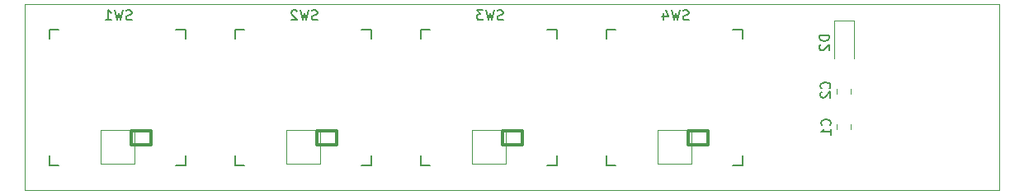
<source format=gbr>
%TF.GenerationSoftware,KiCad,Pcbnew,(5.1.6)-1*%
%TF.CreationDate,2020-11-05T08:07:17+01:00*%
%TF.ProjectId,DaPad4D,44615061-6434-4442-9e6b-696361645f70,v0.9*%
%TF.SameCoordinates,PX2d0e2e0PY4328bfc*%
%TF.FileFunction,Legend,Bot*%
%TF.FilePolarity,Positive*%
%FSLAX46Y46*%
G04 Gerber Fmt 4.6, Leading zero omitted, Abs format (unit mm)*
G04 Created by KiCad (PCBNEW (5.1.6)-1) date 2020-11-05 08:07:17*
%MOMM*%
%LPD*%
G01*
G04 APERTURE LIST*
%TA.AperFunction,Profile*%
%ADD10C,0.050000*%
%TD*%
%ADD11C,0.150000*%
%ADD12C,0.120000*%
%ADD13C,0.300000*%
G04 APERTURE END LIST*
D10*
X0Y-25000D02*
X0Y19075000D01*
X99999800Y-25000D02*
X0Y-25000D01*
X99999800Y19075400D02*
X99999800Y-25000D01*
X0Y19075000D02*
X100000000Y19075000D01*
D11*
%TO.C,SW4*%
X73675000Y2525000D02*
X72675000Y2525000D01*
X73675000Y16525000D02*
X73675000Y15525000D01*
X59675000Y2525000D02*
X59675000Y3525000D01*
X72675000Y16525000D02*
X73675000Y16525000D01*
X59675000Y15525000D02*
X59675000Y16525000D01*
X59675000Y16525000D02*
X60675000Y16525000D01*
X60675000Y2525000D02*
X59675000Y2525000D01*
X73675000Y3525000D02*
X73675000Y2525000D01*
%TO.C,SW3*%
X54625000Y2525000D02*
X53625000Y2525000D01*
X54625000Y16525000D02*
X54625000Y15525000D01*
X40625000Y2525000D02*
X40625000Y3525000D01*
X53625000Y16525000D02*
X54625000Y16525000D01*
X40625000Y15525000D02*
X40625000Y16525000D01*
X40625000Y16525000D02*
X41625000Y16525000D01*
X41625000Y2525000D02*
X40625000Y2525000D01*
X54625000Y3525000D02*
X54625000Y2525000D01*
%TO.C,SW2*%
X35575000Y2525000D02*
X34575000Y2525000D01*
X35575000Y16525000D02*
X35575000Y15525000D01*
X21575000Y2525000D02*
X21575000Y3525000D01*
X34575000Y16525000D02*
X35575000Y16525000D01*
X21575000Y15525000D02*
X21575000Y16525000D01*
X21575000Y16525000D02*
X22575000Y16525000D01*
X22575000Y2525000D02*
X21575000Y2525000D01*
X35575000Y3525000D02*
X35575000Y2525000D01*
%TO.C,SW1*%
X16525000Y2525000D02*
X15525000Y2525000D01*
X16525000Y16525000D02*
X16525000Y15525000D01*
X2525000Y2525000D02*
X2525000Y3525000D01*
X15525000Y16525000D02*
X16525000Y16525000D01*
X2525000Y15525000D02*
X2525000Y16525000D01*
X2525000Y16525000D02*
X3525000Y16525000D01*
X3525000Y2525000D02*
X2525000Y2525000D01*
X16525000Y3525000D02*
X16525000Y2525000D01*
D12*
%TO.C,C2*%
X83313200Y9911448D02*
X83313200Y10433952D01*
X84733200Y9911448D02*
X84733200Y10433952D01*
%TO.C,C1*%
X83313200Y6203048D02*
X83313200Y6725552D01*
X84733200Y6203048D02*
X84733200Y6725552D01*
D13*
%TO.C,D5*%
X29955000Y6045000D02*
X32005000Y6045000D01*
X29955000Y4595000D02*
X29955000Y6045000D01*
X32005000Y4595000D02*
X29955000Y4595000D01*
X32005000Y6045000D02*
X32005000Y4595000D01*
D10*
X30325000Y2695000D02*
X26825000Y2695000D01*
X26825000Y6195000D02*
X30325000Y6195000D01*
X30325000Y6195000D02*
X30325000Y2695000D01*
X26825000Y6195000D02*
X26825000Y2695000D01*
D13*
%TO.C,D4*%
X49005000Y6045000D02*
X51055000Y6045000D01*
X49005000Y4595000D02*
X49005000Y6045000D01*
X51055000Y4595000D02*
X49005000Y4595000D01*
X51055000Y6045000D02*
X51055000Y4595000D01*
D10*
X49375000Y2695000D02*
X45875000Y2695000D01*
X45875000Y6195000D02*
X49375000Y6195000D01*
X49375000Y6195000D02*
X49375000Y2695000D01*
X45875000Y6195000D02*
X45875000Y2695000D01*
D13*
%TO.C,D3*%
X68055000Y6045000D02*
X70105000Y6045000D01*
X68055000Y4595000D02*
X68055000Y6045000D01*
X70105000Y4595000D02*
X68055000Y4595000D01*
X70105000Y6045000D02*
X70105000Y4595000D01*
D10*
X68425000Y2695000D02*
X64925000Y2695000D01*
X64925000Y6195000D02*
X68425000Y6195000D01*
X68425000Y6195000D02*
X68425000Y2695000D01*
X64925000Y6195000D02*
X64925000Y2695000D01*
D13*
%TO.C,D6*%
X10905000Y6045000D02*
X12955000Y6045000D01*
X10905000Y4595000D02*
X10905000Y6045000D01*
X12955000Y4595000D02*
X10905000Y4595000D01*
X12955000Y6045000D02*
X12955000Y4595000D01*
D10*
X11275000Y2695000D02*
X7775000Y2695000D01*
X7775000Y6195000D02*
X11275000Y6195000D01*
X11275000Y6195000D02*
X11275000Y2695000D01*
X7775000Y6195000D02*
X7775000Y2695000D01*
D12*
%TO.C,D2*%
X83099400Y17401100D02*
X83099400Y13501100D01*
X85099400Y17401100D02*
X85099400Y13501100D01*
X83099400Y17401100D02*
X85099400Y17401100D01*
%TD*%
%TO.C,SW4*%
D11*
X68128333Y17530239D02*
X67985476Y17482620D01*
X67747380Y17482620D01*
X67652142Y17530239D01*
X67604523Y17577858D01*
X67556904Y17673096D01*
X67556904Y17768334D01*
X67604523Y17863572D01*
X67652142Y17911191D01*
X67747380Y17958810D01*
X67937857Y18006429D01*
X68033095Y18054048D01*
X68080714Y18101667D01*
X68128333Y18196905D01*
X68128333Y18292143D01*
X68080714Y18387381D01*
X68033095Y18435000D01*
X67937857Y18482620D01*
X67699761Y18482620D01*
X67556904Y18435000D01*
X67223571Y18482620D02*
X66985476Y17482620D01*
X66795000Y18196905D01*
X66604523Y17482620D01*
X66366428Y18482620D01*
X65556904Y18149286D02*
X65556904Y17482620D01*
X65795000Y18530239D02*
X66033095Y17815953D01*
X65414047Y17815953D01*
%TO.C,SW3*%
X49078333Y17530239D02*
X48935476Y17482620D01*
X48697380Y17482620D01*
X48602142Y17530239D01*
X48554523Y17577858D01*
X48506904Y17673096D01*
X48506904Y17768334D01*
X48554523Y17863572D01*
X48602142Y17911191D01*
X48697380Y17958810D01*
X48887857Y18006429D01*
X48983095Y18054048D01*
X49030714Y18101667D01*
X49078333Y18196905D01*
X49078333Y18292143D01*
X49030714Y18387381D01*
X48983095Y18435000D01*
X48887857Y18482620D01*
X48649761Y18482620D01*
X48506904Y18435000D01*
X48173571Y18482620D02*
X47935476Y17482620D01*
X47745000Y18196905D01*
X47554523Y17482620D01*
X47316428Y18482620D01*
X47030714Y18482620D02*
X46411666Y18482620D01*
X46745000Y18101667D01*
X46602142Y18101667D01*
X46506904Y18054048D01*
X46459285Y18006429D01*
X46411666Y17911191D01*
X46411666Y17673096D01*
X46459285Y17577858D01*
X46506904Y17530239D01*
X46602142Y17482620D01*
X46887857Y17482620D01*
X46983095Y17530239D01*
X47030714Y17577858D01*
%TO.C,SW2*%
X30028333Y17530239D02*
X29885476Y17482620D01*
X29647380Y17482620D01*
X29552142Y17530239D01*
X29504523Y17577858D01*
X29456904Y17673096D01*
X29456904Y17768334D01*
X29504523Y17863572D01*
X29552142Y17911191D01*
X29647380Y17958810D01*
X29837857Y18006429D01*
X29933095Y18054048D01*
X29980714Y18101667D01*
X30028333Y18196905D01*
X30028333Y18292143D01*
X29980714Y18387381D01*
X29933095Y18435000D01*
X29837857Y18482620D01*
X29599761Y18482620D01*
X29456904Y18435000D01*
X29123571Y18482620D02*
X28885476Y17482620D01*
X28695000Y18196905D01*
X28504523Y17482620D01*
X28266428Y18482620D01*
X27933095Y18387381D02*
X27885476Y18435000D01*
X27790238Y18482620D01*
X27552142Y18482620D01*
X27456904Y18435000D01*
X27409285Y18387381D01*
X27361666Y18292143D01*
X27361666Y18196905D01*
X27409285Y18054048D01*
X27980714Y17482620D01*
X27361666Y17482620D01*
%TO.C,SW1*%
X10978333Y17530239D02*
X10835476Y17482620D01*
X10597380Y17482620D01*
X10502142Y17530239D01*
X10454523Y17577858D01*
X10406904Y17673096D01*
X10406904Y17768334D01*
X10454523Y17863572D01*
X10502142Y17911191D01*
X10597380Y17958810D01*
X10787857Y18006429D01*
X10883095Y18054048D01*
X10930714Y18101667D01*
X10978333Y18196905D01*
X10978333Y18292143D01*
X10930714Y18387381D01*
X10883095Y18435000D01*
X10787857Y18482620D01*
X10549761Y18482620D01*
X10406904Y18435000D01*
X10073571Y18482620D02*
X9835476Y17482620D01*
X9645000Y18196905D01*
X9454523Y17482620D01*
X9216428Y18482620D01*
X8311666Y17482620D02*
X8883095Y17482620D01*
X8597380Y17482620D02*
X8597380Y18482620D01*
X8692619Y18339762D01*
X8787857Y18244524D01*
X8883095Y18196905D01*
%TO.C,C2*%
X82576942Y10440967D02*
X82624561Y10488586D01*
X82672180Y10631443D01*
X82672180Y10726681D01*
X82624561Y10869539D01*
X82529323Y10964777D01*
X82434085Y11012396D01*
X82243609Y11060015D01*
X82100752Y11060015D01*
X81910276Y11012396D01*
X81815038Y10964777D01*
X81719800Y10869539D01*
X81672180Y10726681D01*
X81672180Y10631443D01*
X81719800Y10488586D01*
X81767419Y10440967D01*
X81767419Y10060015D02*
X81719800Y10012396D01*
X81672180Y9917158D01*
X81672180Y9679062D01*
X81719800Y9583824D01*
X81767419Y9536205D01*
X81862657Y9488586D01*
X81957895Y9488586D01*
X82100752Y9536205D01*
X82672180Y10107634D01*
X82672180Y9488586D01*
%TO.C,C1*%
X82640442Y6630967D02*
X82688061Y6678586D01*
X82735680Y6821443D01*
X82735680Y6916681D01*
X82688061Y7059539D01*
X82592823Y7154777D01*
X82497585Y7202396D01*
X82307109Y7250015D01*
X82164252Y7250015D01*
X81973776Y7202396D01*
X81878538Y7154777D01*
X81783300Y7059539D01*
X81735680Y6916681D01*
X81735680Y6821443D01*
X81783300Y6678586D01*
X81830919Y6630967D01*
X82735680Y5678586D02*
X82735680Y6250015D01*
X82735680Y5964300D02*
X81735680Y5964300D01*
X81878538Y6059539D01*
X81973776Y6154777D01*
X82021395Y6250015D01*
%TO.C,D2*%
X82557880Y15889196D02*
X81557880Y15889196D01*
X81557880Y15651100D01*
X81605500Y15508243D01*
X81700738Y15413005D01*
X81795976Y15365386D01*
X81986452Y15317767D01*
X82129309Y15317767D01*
X82319785Y15365386D01*
X82415023Y15413005D01*
X82510261Y15508243D01*
X82557880Y15651100D01*
X82557880Y15889196D01*
X81653119Y14936815D02*
X81605500Y14889196D01*
X81557880Y14793958D01*
X81557880Y14555862D01*
X81605500Y14460624D01*
X81653119Y14413005D01*
X81748357Y14365386D01*
X81843595Y14365386D01*
X81986452Y14413005D01*
X82557880Y14984434D01*
X82557880Y14365386D01*
%TD*%
M02*

</source>
